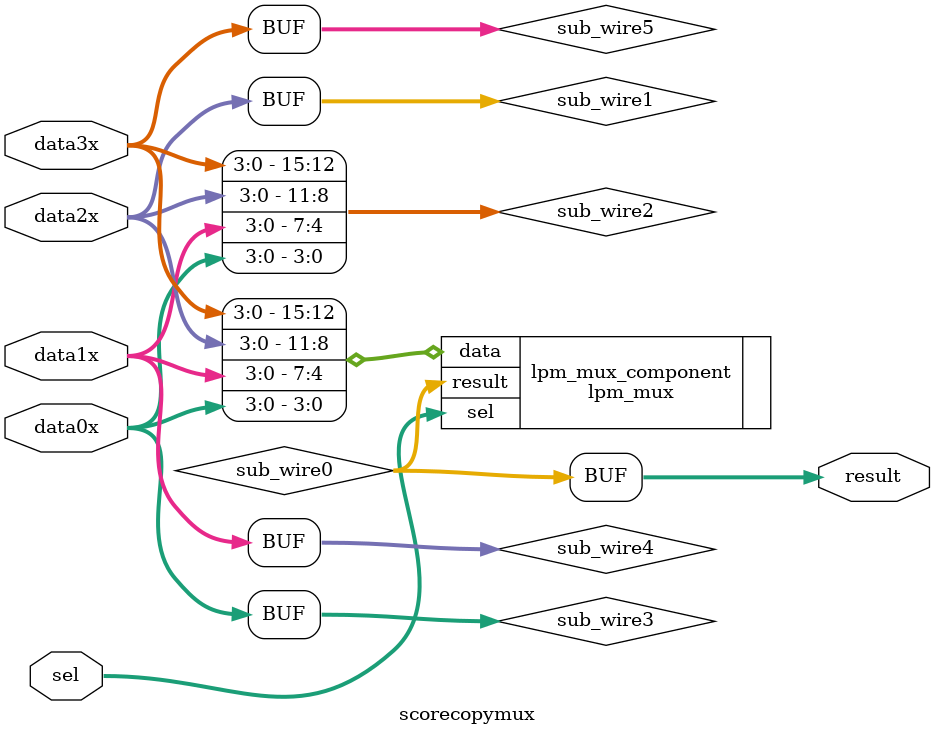
<source format=v>
module scorecopymux (
	data0x,
	data1x,
	data2x,
	data3x,
	sel,
	result);
	input	[3:0]  data0x;
	input	[3:0]  data1x;
	input	[3:0]  data2x;
	input	[3:0]  data3x;
	input	[1:0]  sel;
	output	[3:0]  result;
	wire [3:0] sub_wire0;
	wire [3:0] sub_wire5 = data3x[3:0];
	wire [3:0] sub_wire4 = data1x[3:0];
	wire [3:0] sub_wire3 = data0x[3:0];
	wire [3:0] result = sub_wire0[3:0];
	wire [3:0] sub_wire1 = data2x[3:0];
	wire [15:0] sub_wire2 = {sub_wire5, sub_wire1, sub_wire4, sub_wire3};
	lpm_mux	lpm_mux_component (
				.sel (sel),
				.data (sub_wire2),
				.result (sub_wire0)
				// synopsys translate_off
				,
				.clock (),
				.clken (),
				.aclr ()
				// synopsys translate_on
				);
	defparam
		lpm_mux_component.lpm_size = 4,
		lpm_mux_component.lpm_type = "LPM_MUX",
		lpm_mux_component.lpm_width = 4,
		lpm_mux_component.lpm_widths = 2;
endmodule
</source>
